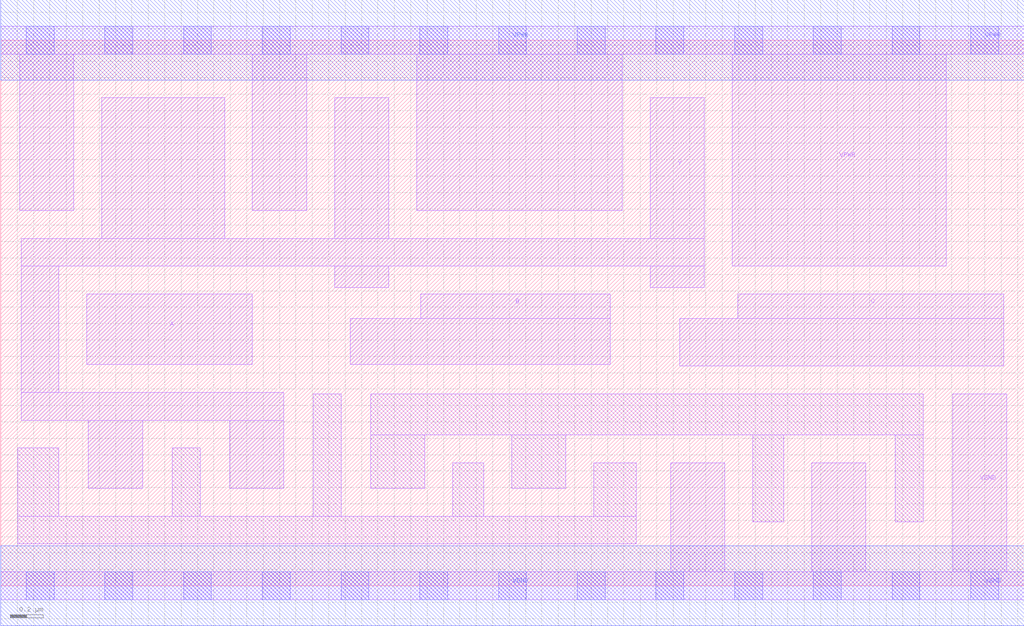
<source format=lef>
# Copyright 2020 The SkyWater PDK Authors
#
# Licensed under the Apache License, Version 2.0 (the "License");
# you may not use this file except in compliance with the License.
# You may obtain a copy of the License at
#
#     https://www.apache.org/licenses/LICENSE-2.0
#
# Unless required by applicable law or agreed to in writing, software
# distributed under the License is distributed on an "AS IS" BASIS,
# WITHOUT WARRANTIES OR CONDITIONS OF ANY KIND, either express or implied.
# See the License for the specific language governing permissions and
# limitations under the License.
#
# SPDX-License-Identifier: Apache-2.0

VERSION 5.7 ;
  NAMESCASESENSITIVE ON ;
  NOWIREEXTENSIONATPIN ON ;
  DIVIDERCHAR "/" ;
  BUSBITCHARS "[]" ;
UNITS
  DATABASE MICRONS 200 ;
END UNITS
MACRO sky130_fd_sc_ls__nand3_4
  CLASS CORE ;
  SOURCE USER ;
  FOREIGN sky130_fd_sc_ls__nand3_4 ;
  ORIGIN  0.000000  0.000000 ;
  SIZE  6.240000 BY  3.330000 ;
  SYMMETRY X Y ;
  SITE unit ;
  PIN A
    ANTENNAGATEAREA  0.780000 ;
    DIRECTION INPUT ;
    USE SIGNAL ;
    PORT
      LAYER li1 ;
        RECT 0.525000 1.350000 1.535000 1.780000 ;
    END
  END A
  PIN B
    ANTENNAGATEAREA  0.780000 ;
    DIRECTION INPUT ;
    USE SIGNAL ;
    PORT
      LAYER li1 ;
        RECT 2.130000 1.350000 3.715000 1.630000 ;
        RECT 2.560000 1.630000 3.715000 1.780000 ;
    END
  END B
  PIN C
    ANTENNAGATEAREA  0.780000 ;
    DIRECTION INPUT ;
    USE SIGNAL ;
    PORT
      LAYER li1 ;
        RECT 4.140000 1.340000 6.115000 1.630000 ;
        RECT 4.495000 1.630000 6.115000 1.780000 ;
    END
  END C
  PIN Y
    ANTENNADIFFAREA  2.004800 ;
    DIRECTION OUTPUT ;
    USE SIGNAL ;
    PORT
      LAYER li1 ;
        RECT 0.125000 1.010000 1.725000 1.180000 ;
        RECT 0.125000 1.180000 0.355000 1.950000 ;
        RECT 0.125000 1.950000 4.290000 2.120000 ;
        RECT 0.535000 0.595000 0.865000 1.010000 ;
        RECT 0.615000 2.120000 1.365000 2.980000 ;
        RECT 1.395000 0.595000 1.725000 1.010000 ;
        RECT 2.035000 1.820000 2.365000 1.950000 ;
        RECT 2.035000 2.120000 2.365000 2.980000 ;
        RECT 3.960000 1.820000 4.290000 1.950000 ;
        RECT 3.960000 2.120000 4.290000 2.980000 ;
    END
  END Y
  PIN VGND
    DIRECTION INOUT ;
    SHAPE ABUTMENT ;
    USE GROUND ;
    PORT
      LAYER li1 ;
        RECT 0.000000 -0.085000 6.240000 0.085000 ;
        RECT 4.085000  0.085000 4.415000 0.750000 ;
        RECT 4.945000  0.085000 5.275000 0.750000 ;
        RECT 5.805000  0.085000 6.135000 1.170000 ;
      LAYER mcon ;
        RECT 0.155000 -0.085000 0.325000 0.085000 ;
        RECT 0.635000 -0.085000 0.805000 0.085000 ;
        RECT 1.115000 -0.085000 1.285000 0.085000 ;
        RECT 1.595000 -0.085000 1.765000 0.085000 ;
        RECT 2.075000 -0.085000 2.245000 0.085000 ;
        RECT 2.555000 -0.085000 2.725000 0.085000 ;
        RECT 3.035000 -0.085000 3.205000 0.085000 ;
        RECT 3.515000 -0.085000 3.685000 0.085000 ;
        RECT 3.995000 -0.085000 4.165000 0.085000 ;
        RECT 4.475000 -0.085000 4.645000 0.085000 ;
        RECT 4.955000 -0.085000 5.125000 0.085000 ;
        RECT 5.435000 -0.085000 5.605000 0.085000 ;
        RECT 5.915000 -0.085000 6.085000 0.085000 ;
      LAYER met1 ;
        RECT 0.000000 -0.245000 6.240000 0.245000 ;
    END
  END VGND
  PIN VPWR
    DIRECTION INOUT ;
    SHAPE ABUTMENT ;
    USE POWER ;
    PORT
      LAYER li1 ;
        RECT 0.000000 3.245000 6.240000 3.415000 ;
        RECT 0.115000 2.290000 0.445000 3.245000 ;
        RECT 1.535000 2.290000 1.865000 3.245000 ;
        RECT 2.535000 2.290000 3.790000 3.245000 ;
        RECT 4.460000 1.950000 5.765000 3.245000 ;
      LAYER mcon ;
        RECT 0.155000 3.245000 0.325000 3.415000 ;
        RECT 0.635000 3.245000 0.805000 3.415000 ;
        RECT 1.115000 3.245000 1.285000 3.415000 ;
        RECT 1.595000 3.245000 1.765000 3.415000 ;
        RECT 2.075000 3.245000 2.245000 3.415000 ;
        RECT 2.555000 3.245000 2.725000 3.415000 ;
        RECT 3.035000 3.245000 3.205000 3.415000 ;
        RECT 3.515000 3.245000 3.685000 3.415000 ;
        RECT 3.995000 3.245000 4.165000 3.415000 ;
        RECT 4.475000 3.245000 4.645000 3.415000 ;
        RECT 4.955000 3.245000 5.125000 3.415000 ;
        RECT 5.435000 3.245000 5.605000 3.415000 ;
        RECT 5.915000 3.245000 6.085000 3.415000 ;
      LAYER met1 ;
        RECT 0.000000 3.085000 6.240000 3.575000 ;
    END
  END VPWR
  OBS
    LAYER li1 ;
      RECT 0.105000 0.255000 3.875000 0.425000 ;
      RECT 0.105000 0.425000 0.355000 0.840000 ;
      RECT 1.045000 0.425000 1.215000 0.840000 ;
      RECT 1.905000 0.425000 2.075000 1.170000 ;
      RECT 2.255000 0.595000 2.585000 0.920000 ;
      RECT 2.255000 0.920000 5.625000 1.170000 ;
      RECT 2.755000 0.425000 2.945000 0.750000 ;
      RECT 3.115000 0.595000 3.445000 0.920000 ;
      RECT 3.615000 0.425000 3.875000 0.750000 ;
      RECT 4.585000 0.390000 4.775000 0.920000 ;
      RECT 5.455000 0.390000 5.625000 0.920000 ;
  END
END sky130_fd_sc_ls__nand3_4

</source>
